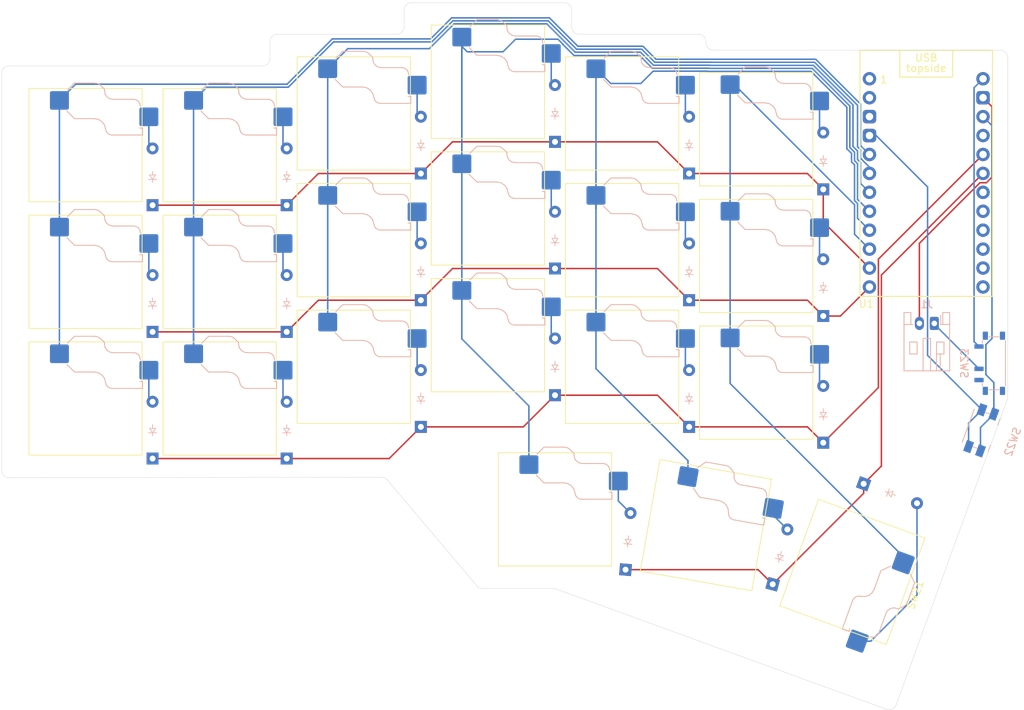
<source format=kicad_pcb>
(kicad_pcb (version 20241229) (generator "pcbnew") (generator_version "9.0")
  (layers (0 "F.Cu" signal) (2 "B.Cu" signal) (13 "F.Paste" user) (15 "B.Paste" user) (5 "F.SilkS" user "F.Silkscreen") (7 "B.SilkS" user "B.Silkscreen") (1 "F.Mask" user) (3 "B.Mask" user) (25 "Edge.Cuts" user))
  (net 0 "")
  (net 1 "Net-(D1-A)")
  (net 2 "Row 1")
  (net 3 "Net-(D2-A)")
  (net 4 "Net-(D3-A)")
  (net 5 "Net-(D4-A)")
  (net 6 "Net-(D5-A)")
  (net 7 "Net-(D6-A)")
  (net 8 "Column 6")
  (net 9 "Net-(D7-A)")
  (net 10 "Net-(D8-A)")
  (net 11 "Net-(D9-A)")
  (net 12 "Net-(D10-A)")
  (net 13 "Net-(D11-A)")
  (net 14 "Net-(D12-A)")
  (net 15 "Net-(D13-A)")
  (net 16 "Net-(D14-A)")
  (net 17 "Net-(D15-A)")
  (net 18 "Net-(D16-A)")
  (net 19 "Net-(D17-A)")
  (net 20 "Net-(D18-A)")
  (net 21 "Net-(D19-A)")
  (net 22 "Row 4")
  (net 23 "Net-(D20-A)")
  (net 24 "Net-(D21-A)")
  (net 25 "Column 1")
  (net 26 "Column 2")
  (net 27 "Column 3")
  (net 28 "Column 4")
  (net 29 "Column 5")
  (net 30 "Row 2")
  (net 31 "Row 3")
  (net 32 "Bat+")
  (net 33 "Net-(J1-Pin_1)")
  (net 41 "GND(Battery)")
  (net 43 "GND(Reset)")
  (net 46 "Reset")
  (footprint "ScottoKeebs_Hotswap:Hotswap_Choc_V1_1.00u" (layer "F.Cu") (at 67.5 95.625)
    (property "Reference" "SW8" (hide yes))
    (property "Value" "Keyswitch" (hide yes))
  )
  (footprint "MountingHole:MountingHole_2.2mm_M2" (layer "F.Cu") (at 96.75 123.25)
    (property "Reference" "REF**" (hide yes))
    (property "Value" "MountingHole_2.2mm_M2" (hide yes))
  )
  (footprint "ScottoKeebs_Hotswap:Hotswap_Choc_V1_1.00u" (layer "F.Cu") (at 85.5 91.375)
    (property "Reference" "SW9" (hide yes))
    (property "Value" "Keyswitch" (hide yes))
  )
  (footprint "MountingHole:MountingHole_2.2mm_M2" (layer "F.Cu") (at 153 108.375)
    (property "Reference" "REF**" (hide yes))
    (property "Value" "MountingHole_2.2mm_M2" (hide yes))
  )
  (footprint "MountingHole:MountingHole_2.2mm_M2" (layer "F.Cu") (at 156.2 150.5)
    (property "Reference" "REF**" (hide yes))
    (property "Value" "MountingHole_2.2mm_M2" (hide yes))
  )
  (footprint "ScottoKeebs_Hotswap:Hotswap_Choc_V1_1.50u" (layer "F.Cu") (at 152.4 135.9 -110)
    (property "Reference" "SW21")
    (property "Value" "Keyswitch")
  )
  (footprint "ScottoKeebs_Hotswap:Hotswap_Choc_V1_1.00u" (layer "F.Cu") (at 103.5 104.125)
    (property "Reference" "SW16" (hide yes))
    (property "Value" "Keyswitch" (hide yes))
  )
  (footprint "ScottoKeebs_Hotswap:Hotswap_Choc_V1_1.00u" (layer "F.Cu") (at 139.5 93.5)
    (property "Reference" "SW12" (hide yes))
    (property "Value" "Keyswitch" (hide yes))
  )
  (footprint "MountingHole:MountingHole_2.2mm_M2" (layer "F.Cu") (at 40.5 70.125)
    (property "Reference" "REF**" (hide yes))
    (property "Value" "MountingHole_2.2mm_M2" (hide yes))
  )
  (footprint "MountingHole:MountingHole_2.2mm_M2" (layer "F.Cu") (at 94.5 61.625)
    (property "Reference" "REF**" (hide yes))
    (property "Value" "MountingHole_2.2mm_M2" (hide yes))
  )
  (footprint "ScottoKeebs_Hotswap:Hotswap_Choc_V1_1.00u" (layer "F.Cu") (at 121.5 108.375)
    (property "Reference" "SW17" (hide yes))
    (property "Value" "Keyswitch" (hide yes))
  )
  (footprint "ScottoKeebs_Hotswap:Hotswap_Choc_V1_1.00u" (layer "F.Cu") (at 85.5 74.375)
    (property "Reference" "SW3" (hide yes))
    (property "Value" "Keyswitch" (hide yes))
  )
  (footprint "ScottoKeebs_Hotswap:Hotswap_Choc_V1_1.00u" (layer "F.Cu") (at 132.75 129.625 -10)
    (property "Reference" "SW20" (hide yes))
    (property "Value" "Keyswitch" (hide yes))
  )
  (footprint "ScottoKeebs_Hotswap:Hotswap_Choc_V1_1.00u" (layer "F.Cu") (at 67.5 78.625)
    (property "Reference" "SW2" (hide yes))
    (property "Value" "Keyswitch" (hide yes))
  )
  (footprint "ScottoKeebs_Hotswap:Hotswap_Choc_V1_1.00u" (layer "F.Cu") (at 85.5 108.375)
    (property "Reference" "SW15" (hide yes))
    (property "Value" "Keyswitch" (hide yes))
  )
  (footprint "supermini:SuperMini_nRF52840_H_USBup" (layer "F.Cu") (at 162.32 83.69)
    (property "Reference" "U1")
    (property "Value" "SuperMini nRF52840")
  )
  (footprint "ScottoKeebs_Hotswap:Hotswap_Choc_V1_1.00u" (layer "F.Cu") (at 139.5 110.5)
    (property "Reference" "SW18" (hide yes))
    (property "Value" "Keyswitch" (hide yes))
  )
  (footprint "ScottoKeebs_Hotswap:Hotswap_Choc_V1_1.00u" (layer "F.Cu") (at 112.5 127.5)
    (property "Reference" "SW19" (hide yes))
    (property "Value" "Keyswitch" (hide yes))
  )
  (footprint "ScottoKeebs_Hotswap:Hotswap_Choc_V1_1.00u" (layer "F.Cu") (at 49.5 78.625)
    (property "Reference" "SW1" (hide yes))
    (property "Value" "Keyswitch" (hide yes))
  )
  (footprint "ScottoKeebs_Hotswap:Hotswap_Choc_V1_1.00u" (layer "F.Cu") (at 49.5 112.625)
    (property "Reference" "SW13" (hide yes))
    (property "Value" "Keyswitch" (hide yes))
  )
  (footprint "ScottoKeebs_Hotswap:Hotswap_Choc_V1_1.00u" (layer "F.Cu") (at 103.5 87.125)
    (property "Reference" "SW10" (hide yes))
    (property "Value" "Keyswitch" (hide yes))
  )
  (footprint "ScottoKeebs_Hotswap:Hotswap_Choc_V1_1.00u" (layer "F.Cu") (at 121.5 91.375)
    (property "Reference" "SW11" (hide yes))
    (property "Value" "Keyswitch" (hide yes))
  )
  (footprint "ScottoKeebs_Hotswap:Hotswap_Choc_V1_1.00u" (layer "F.Cu") (at 103.5 70.125)
    (property "Reference" "SW4" (hide yes))
    (property "Value" "Keyswitch" (hide yes))
  )
  (footprint "ScottoKeebs_Hotswap:Hotswap_Choc_V1_1.00u" (layer "F.Cu") (at 67.5 112.625)
    (property "Reference" "SW14" (hide yes))
    (property "Value" "Keyswitch" (hide yes))
  )
  (footprint "ScottoKeebs_Hotswap:Hotswap_Choc_V1_1.00u" (layer "F.Cu") (at 121.5 74.375)
    (property "Reference" "SW5" (hide yes))
    (property "Value" "Keyswitch" (hide yes))
  )
  (footprint "ScottoKeebs_Hotswap:Hotswap_Choc_V1_1.00u" (layer "F.Cu") (at 49.5 95.625)
    (property "Reference" "SW7" (hide yes))
    (property "Value" "Keyswitch" (hide yes))
  )
  (footprint "MountingHole:MountingHole_2.2mm_M2" (layer "F.Cu") (at 150.75 68)
    (property "Reference" "REF**" (hide yes))
    (property "Value" "MountingHole_2.2mm_M2" (hide yes))
  )
  (footprint "ScottoKeebs_Hotswap:Hotswap_Choc_V1_1.00u" (layer "F.Cu") (at 139.5 76.5)
    (property "Reference" "SW6" (hide yes))
    (property "Value" "Keyswitch" (hide yes))
  )
  (footprint "MountingHole:MountingHole_2.2mm_M2" (layer "F.Cu") (at 40.5 121.125)
    (property "Reference" "REF**" (hide yes))
    (property "Value" "MountingHole_2.2mm_M2" (hide yes))
  )
  (footprint "ScottoKeebs_Components:Diode_DO-35" (layer "B.Cu") (at 76.5 86.685 90)
    (property "Reference" "D2" (hide yes))
    (property "Value" "1N4148" (hide yes))
  )
  (footprint "ScottoKeebs_Components:Diode_DO-35" (layer "B.Cu") (at 94.5 99.435 90)
    (property "Reference" "D9" (hide yes))
    (property "Value" "1N4148" (hide yes))
  )
  (footprint "ScottoKeebs_Components:Diode_DO-35" (layer "B.Cu") (at 94.5 82.435 90)
    (property "Reference" "D3" (hide yes))
    (property "Value" "1N4148" (hide yes))
  )
  (footprint "ScottoKeebs_Components:Diode_DO-35" (layer "B.Cu") (at 112.5 112.185 90)
    (property "Reference" "D16" (hide yes))
    (property "Value" "1N4148" (hide yes))
  )
  (footprint "ScottoKeebs_Components:Diode_DO-35" (layer "B.Cu") (at 112.5 78.185 90)
    (property "Reference" "D4" (hide yes))
    (property "Value" "1N4148" (hide yes))
  )
  (footprint "Button_Switch_SMD:Panasonic_EVQPUJ_EVQPUA" (layer "B.Cu") (at 169.7 116.9 70)
    (property "Reference" "SW22")
    (property "Value" "SW_Push")
  )
  (footprint "ScottoKeebs_Components:Diode_DO-35" (layer "B.Cu") (at 148.5 101.56 90)
    (property "Reference" "D12" (hide yes))
    (property "Value" "1N4148" (hide yes))
  )
  (footprint "ScottoKeebs_Components:Diode_DO-35" (layer "B.Cu") (at 76.5 120.685 90)
    (property "Reference" "D14" (hide yes))
    (property "Value" "1N4148" (hide yes))
  )
  (footprint "ScottoKeebs_Components:Diode_DO-35" (layer "B.Cu") (at 141.713901 137.555177 75)
    (property "Reference" "D20" (hide yes))
    (property "Value" "1N4148" (hide yes))
  )
  (footprint "ScottoKeebs_Components:Diode_DO-35" (layer "B.Cu") (at 130.5 99.435 90)
    (property "Reference" "D11" (hide yes))
    (property "Value" "1N4148" (hide yes))
  )
  (footprint "ScottoKeebs_Components:Diode_DO-35" (layer "B.Cu") (at 153.91977 124.071904 -20)
    (property "Reference" "D21" (hide yes))
    (property "Value" "1N4148" (hide yes))
  )
  (footprint "Connector_JST:JST_PH_S2B-PH-K_1x02_P2.00mm_Horizontal" (layer "B.Cu") (at 163.4 102.55 180)
    (property "Reference" "J1")
    (property "Value" "Conn_01x02")
  )
  (footprint "ScottoKeebs_Components:Diode_DO-35" (layer "B.Cu") (at 130.5 116.435 90)
    (property "Reference" "D17" (hide yes))
    (property "Value" "1N4148" (hide yes))
  )
  (footprint "ScottoKeebs_Components:Diode_DO-35" (layer "B.Cu") (at 121.967937 135.595502 85)
    (property "Reference" "D19" (hide yes))
    (property "Value" "1N4148" (hide yes))
  )
  (footprint "ScottoKeebs_Components:Diode_DO-35" (layer "B.Cu") (at 58.5 120.685 90)
    (property "Reference" "D13" (hide yes))
    (property "Value" "1N4148" (hide yes))
  )
  (footprint "ScottoKeebs_Components:Switch_MSK12C02" (layer "B.Cu") (at 171.4 107.9 90)
    (property "Reference" "SW23")
    (property "Value" "SW_SPST")
  )
  (footprint "ScottoKeebs_Components:Diode_DO-35" (layer "B.Cu") (at 76.5 103.685 90)
    (property "Reference" "D8" (hide yes))
    (property "Value" "1N4148" (hide yes))
  )
  (footprint "ScottoKeebs_Components:Diode_DO-35" (layer "B.Cu") (at 58.5 103.685 90)
    (property "Reference" "D7" (hide yes))
    (property "Value" "1N4148" (hide yes))
  )
  (footprint "ScottoKeebs_Components:Diode_DO-35" (layer "B.Cu") (at 94.5 116.435 90)
    (property "Reference" "D15" (hide yes))
    (property "Value" "1N4148" (hide yes))
  )
  (footprint "ScottoKeebs_Components:Diode_DO-35" (layer "B.Cu") (at 130.5 82.435 90)
    (property "Reference" "D5" (hide yes))
    (property "Value" "1N4148" (hide yes))
  )
  (footprint "ScottoKeebs_Components:Diode_DO-35" (layer "B.Cu") (at 148.5 84.56 90)
    (property "Reference" "D6" (hide yes))
    (property "Value" "1N4148" (hide yes))
  )
  (footprint "ScottoKeebs_Components:Diode_DO-35" (layer "B.Cu") (at 58.5 86.685 90)
    (property "Reference" "D1" (hide yes))
    (property "Value" "1N4148" (hide yes))
  )
  (footprint "ScottoKeebs_Components:Diode_DO-35" (layer "B.Cu") (at 148.5 118.56 90)
    (property "Reference" "D18" (hide yes))
    (property "Value" "1N4148" (hide yes))
  )
  (footprint "ScottoKeebs_Components:Diode_DO-35" (layer "B.Cu") (at 112.5 95.185 90)
    (property "Reference" "D10" (hide yes))
    (property "Value" "1N4148" (hide yes))
  )
  (gr_arc (start 74.25 67) (mid 73.957107 67.707107) (end 73.25 68) (stroke (width 0.05)) (layer "Edge.Cuts"))
  (gr_line (start 92.25 62.75) (end 92.25 60.5) (stroke (width 0.05)) (layer "Edge.Cuts"))
  (gr_line (start 147.330455 150.814308) (end 157.004625 154.335906) (stroke (width 0.05)) (layer "Edge.Cuts"))
  (gr_line (start 39.25 68) (end 73.25 68) (stroke (width 0.05)) (layer "Edge.Cuts"))
  (gr_line (start 75.25 63.75) (end 91.25 63.75) (stroke (width 0.05)) (layer "Edge.Cuts"))
  (gr_arc (start 89.235453 123.20046) (mid 89.656852 123.293124) (end 89.999986 123.554701) (stroke (width 0.05)) (layer "Edge.Cuts"))
  (gr_line (start 102.786631 138.125) (end 112.289938 138.125) (stroke (width 0.05)) (layer "Edge.Cuts"))
  (gr_line (start 39.25 123.25) (end 89.235453 123.20046) (stroke (width 0.05)) (layer "Edge.Cuts"))
  (gr_line (start 133.75 65.875) (end 172.23 65.875) (stroke (width 0.05)) (layer "Edge.Cuts"))
  (gr_line (start 93.25 59.5) (end 113.75 59.5) (stroke (width 0.05)) (layer "Edge.Cuts"))
  (gr_arc (start 133.75 65.875) (mid 133.042893 65.582107) (end 132.75 64.875) (stroke (width 0.05)) (layer "Edge.Cuts"))
  (gr_line (start 74.25 67) (end 74.25 64.75) (stroke (width 0.05)) (layer "Edge.Cuts"))
  (gr_arc (start 158.286389 153.738223) (mid 157.769294 154.302516) (end 157.004625 154.335906) (stroke (width 0.05)) (layer "Edge.Cuts"))
  (gr_line (start 173.25 66.875) (end 173.25 112.446207) (stroke (width 0.05)) (layer "Edge.Cuts"))
  (gr_line (start 89.999986 123.554701) (end 102.023089 137.770758) (stroke (width 0.05)) (layer "Edge.Cuts"))
  (gr_arc (start 39.25 123.25) (mid 38.542893 122.957107) (end 38.25 122.25) (stroke (width 0.05)) (layer "Edge.Cuts"))
  (gr_arc (start 113.75 59.5) (mid 114.457107 59.792893) (end 114.75 60.5) (stroke (width 0.05)) (layer "Edge.Cuts"))
  (gr_arc (start 74.25 64.75) (mid 74.542893 64.042893) (end 75.25 63.75) (stroke (width 0.05)) (layer "Edge.Cuts"))
  (gr_arc (start 172.23 65.875) (mid 172.950141 66.160716) (end 173.2502 66.875) (stroke (width 0.05)) (layer "Edge.Cuts"))
  (gr_arc (start 115.75 63.75) (mid 115.042893 63.457107) (end 114.75 62.75) (stroke (width 0.05)) (layer "Edge.Cuts"))
  (gr_arc (start 131.75 63.75) (mid 132.457107 64.042893) (end 132.75 64.75) (stroke (width 0.05)) (layer "Edge.Cuts"))
  (gr_line (start 147.330455 150.814308) (end 112.631953 138.185306) (stroke (width 0.05)) (layer "Edge.Cuts"))
  (gr_line (start 115.75 63.75) (end 131.75 63.75) (stroke (width 0.05)) (layer "Edge.Cuts"))
  (gr_arc (start 38.25 69) (mid 38.542893 68.292893) (end 39.25 68) (stroke (width 0.05)) (layer "Edge.Cuts"))
  (gr_line (start 132.75 64.75) (end 132.75 64.875) (stroke (width 0.05)) (layer "Edge.Cuts"))
  (gr_arc (start 112.289938 138.125) (mid 112.463582 138.140198) (end 112.631953 138.185306) (stroke (width 0.05)) (layer "Edge.Cuts"))
  (gr_arc (start 102.786631 138.125) (mid 102.365766 138.032138) (end 102.023089 137.770758) (stroke (width 0.05)) (layer "Edge.Cuts"))
  (gr_arc (start 92.25 62.75) (mid 91.957107 63.457107) (end 91.25 63.75) (stroke (width 0.05)) (layer "Edge.Cuts"))
  (gr_arc (start 92.25 60.5) (mid 92.542893 59.792893) (end 93.25 59.5) (stroke (width 0.05)) (layer "Edge.Cuts"))
  (gr_arc (start 173.25 112.446207) (mid 173.234808 112.619845) (end 173.189699 112.788209) (stroke (width 0.05)) (layer "Edge.Cuts"))
  (gr_line (start 173.189699 112.788209) (end 158.286389 153.738223) (stroke (width 0.05)) (layer "Edge.Cuts"))
  (gr_line (start 38.25 122.25) (end 38.25 69) (stroke (width 0.05)) (layer "Edge.Cuts"))
  (gr_line (start 114.75 60.5) (end 114.75 62.75) (stroke (width 0.05)) (layer "Edge.Cuts"))
  (segment (start 58 78.565) (end 58.5 79.065) (width 0.2) (layer "B.Cu") (net 1))
  (segment (start 58 74.825) (end 58 78.565) (width 0.2) (layer "B.Cu") (net 1))
  (segment (start 148.5 88.92) (end 148.5 84.56) (width 0.2) (layer "F.Cu") (net 2))
  (segment (start 94.5 82.435) (end 98.75 78.185) (width 0.2) (layer "F.Cu") (net 2))
  (segment (start 154.7 95.12) (end 148.5 88.92) (width 0.2) (layer "F.Cu") (net 2))
  (segment (start 98.75 78.185) (end 112.5 78.185) (width 0.2) (layer "F.Cu") (net 2))
  (segment (start 76.5 86.685) (end 80.75 82.435) (width 0.2) (layer "F.Cu") (net 2))
  (segment (start 126.25 78.185) (end 130.5 82.435) (width 0.2) (layer "F.Cu") (net 2))
  (segment (start 130.5 82.435) (end 146.375 82.435) (width 0.2) (layer "F.Cu") (net 2))
  (segment (start 112.5 78.185) (end 126.25 78.185) (width 0.2) (layer "F.Cu") (net 2))
  (segment (start 58.5 86.685) (end 76.5 86.685) (width 0.2) (layer "F.Cu") (net 2))
  (segment (start 146.375 82.435) (end 148.5 84.56) (width 0.2) (layer "F.Cu") (net 2))
  (segment (start 80.75 82.435) (end 94.5 82.435) (width 0.2) (layer "F.Cu") (net 2))
  (segment (start 76 78.565) (end 76.5 79.065) (width 0.2) (layer "B.Cu") (net 3))
  (segment (start 76 74.825) (end 76 78.565) (width 0.2) (layer "B.Cu") (net 3))
  (segment (start 94 74.315) (end 94.5 74.815) (width 0.2) (layer "B.Cu") (net 4))
  (segment (start 94 70.575) (end 94 74.315) (width 0.2) (layer "B.Cu") (net 4))
  (segment (start 112 66.325) (end 112 70.065) (width 0.2) (layer "B.Cu") (net 5))
  (segment (start 112 70.065) (end 112.5 70.565) (width 0.2) (layer "B.Cu") (net 5))
  (segment (start 130 74.315) (end 130.5 74.815) (width 0.2) (layer "B.Cu") (net 6))
  (segment (start 130 70.575) (end 130 74.315) (width 0.2) (layer "B.Cu") (net 6))
  (segment (start 148 76.44) (end 148.5 76.94) (width 0.2) (layer "B.Cu") (net 7))
  (segment (start 148 72.7) (end 148 76.44) (width 0.2) (layer "B.Cu") (net 7))
  (segment (start 159.235226 133.845915) (end 159.235226 134.663197) (width 0.2) (layer "B.Cu") (net 8))
  (segment (start 136 110.610689) (end 159.235226 133.845915) (width 0.2) (layer "B.Cu") (net 8))
  (segment (start 136 104.5) (end 136 110.610689) (width 0.2) (layer "B.Cu") (net 8))
  (segment (start 152.699 86.631785) (end 152.699 90.579) (width 0.2) (layer "B.Cu") (net 8))
  (segment (start 152.699 90.579) (end 154.7 92.58) (width 0.2) (layer "B.Cu") (net 8))
  (segment (start 136 70.5) (end 136.567215 70.5) (width 0.2) (layer "B.Cu") (net 8))
  (segment (start 136 87.5) (end 136 104.5) (width 0.2) (layer "B.Cu") (net 8))
  (segment (start 136 70.5) (end 136 87.5) (width 0.2) (layer "B.Cu") (net 8))
  (segment (start 136.567215 70.5) (end 152.699 86.631785) (width 0.2) (layer "B.Cu") (net 8))
  (segment (start 58 91.825) (end 58 95.565) (width 0.2) (layer "B.Cu") (net 9))
  (segment (start 58 95.565) (end 58.5 96.065) (width 0.2) (layer "B.Cu") (net 9))
  (segment (start 76 91.825) (end 76 95.565) (width 0.2) (layer "B.Cu") (net 10))
  (segment (start 76 95.565) (end 76.5 96.065) (width 0.2) (layer "B.Cu") (net 10))
  (segment (start 94 91.315) (end 94.5 91.815) (width 0.2) (layer "B.Cu") (net 11))
  (segment (start 94 87.575) (end 94 91.315) (width 0.2) (layer "B.Cu") (net 11))
  (segment (start 112 83.325) (end 112 87.065) (width 0.2) (layer "B.Cu") (net 12))
  (segment (start 112 87.065) (end 112.5 87.565) (width 0.2) (layer "B.Cu") (net 12))
  (segment (start 130 91.315) (end 130.5 91.815) (width 0.2) (layer "B.Cu") (net 13))
  (segment (start 130 87.575) (end 130 91.315) (width 0.2) (layer "B.Cu") (net 13))
  (segment (start 148 89.7) (end 148 93.44) (width 0.2) (layer "B.Cu") (net 14))
  (segment (start 148 93.44) (end 148.5 93.94) (width 0.2) (layer "B.Cu") (net 14))
  (segment (start 58 112.565) (end 58.5 113.065) (width 0.2) (layer "B.Cu") (net 15))
  (segment (start 58 108.825) (end 58 112.565) (width 0.2) (layer "B.Cu") (net 15))
  (segment (start 76 112.565) (end 76.5 113.065) (width 0.2) (layer "B.Cu") (net 16))
  (segment (start 76 108.825) (end 76 112.565) (width 0.2) (layer "B.Cu") (net 16))
  (segment (start 94 104.575) (end 94 108.315) (width 0.2) (layer "B.Cu") (net 17))
  (segment (start 94 108.315) (end 94.5 108.815) (width 0.2) (layer "B.Cu") (net 17))
  (segment (start 112 104.065) (end 112.5 104.565) (width 0.2) (layer "B.Cu") (net 18))
  (segment (start 112 100.325) (end 112 104.065) (width 0.2) (layer "B.Cu") (net 18))
  (segment (start 130 108.315) (end 130.5 108.815) (width 0.2) (layer "B.Cu") (net 19))
  (segment (start 130 104.575) (end 130 108.315) (width 0.2) (layer "B.Cu") (net 19))
  (segment (start 148 106.7) (end 148 110.44) (width 0.2) (layer "B.Cu") (net 20))
  (segment (start 148 110.44) (end 148.5 110.94) (width 0.2) (layer "B.Cu") (net 20))
  (segment (start 121 123.7) (end 121 126.372434) (width 0.2) (layer "B.Cu") (net 21))
  (segment (start 121 126.372434) (end 122.632064 128.004498) (width 0.2) (layer "B.Cu") (net 21))
  (segment (start 156.302 121.689674) (end 153.91977 124.071904) (width 0.2) (layer "F.Cu") (net 22))
  (segment (start 121.967937 135.595502) (end 139.754226 135.595502) (width 0.2) (layer "F.Cu") (net 22))
  (segment (start 156.302 96.058) (end 156.302 121.689674) (width 0.2) (layer "F.Cu") (net 22))
  (segment (start 139.754226 135.595502) (end 141.713901 137.555177) (width 0.2) (layer "F.Cu") (net 22))
  (segment (start 153.91977 125.349308) (end 153.91977 124.071904) (width 0.2) (layer "F.Cu") (net 22))
  (segment (start 169.94 82.42) (end 156.302 96.058) (width 0.2) (layer "F.Cu") (net 22))
  (segment (start 141.713901 137.555177) (end 153.91977 125.349308) (width 0.2) (layer "F.Cu") (net 22))
  (segment (start 141.780729 127.35874) (end 141.780729 128.289449) (width 0.2) (layer "B.Cu") (net 23))
  (segment (start 141.780729 128.289449) (end 143.686102 130.194822) (width 0.2) (layer "B.Cu") (net 23))
  (segment (start 154.88496 145.187064) (end 161.080228 138.991796) (width 0.2) (layer "B.Cu") (net 24))
  (segment (start 153.06366 145.187064) (end 154.88496 145.187064) (width 0.2) (layer "B.Cu") (net 24))
  (segment (start 161.080228 138.991796) (end 161.080228 126.678097) (width 0.2) (layer "B.Cu") (net 24))
  (segment (start 111.759 61.549) (end 115.56 65.35) (width 0.2) (layer "B.Cu") (net 25))
  (segment (start 76.547326 70.448) (end 82.624224 64.371102) (width 0.2) (layer "B.Cu") (net 25))
  (segment (start 126.048999 67.098999) (end 147.488999 67.098999) (width 0.2) (layer "B.Cu") (net 25))
  (segment (start 124.3 65.35) (end 126.048999 67.098999) (width 0.2) (layer "B.Cu") (net 25))
  (segment (start 46 89.625) (end 46 106.625) (width 0.2) (layer "B.Cu") (net 25))
  (segment (start 48.177 70.448) (end 76.547326 70.448) (width 0.2) (layer "B.Cu") (net 25))
  (segment (start 95.80571 64.371102) (end 98.627812 61.549) (width 0.2) (layer "B.Cu") (net 25))
  (segment (start 46 72.625) (end 48.177 70.448) (width 0.2) (layer "B.Cu") (net 25))
  (segment (start 153.499 73.109) (end 153.499 78.679) (width 0.2) (layer "B.Cu") (net 25))
  (segment (start 98.627812 61.549) (end 111.759 61.549) (width 0.2) (layer "B.Cu") (net 25))
  (segment (start 153.499 78.679) (end 154.7 79.88) (width 0.2) (layer "B.Cu") (net 25))
  (segment (start 115.56 65.35) (end 124.3 65.35) (width 0.2) (layer "B.Cu") (net 25))
  (segment (start 82.624224 64.371102) (end 95.80571 64.371102) (width 0.2) (layer "B.Cu") (net 25))
  (segment (start 46 72.625) (end 46 89.625) (width 0.2) (layer "B.Cu") (net 25))
  (segment (start 147.488999 67.098999) (end 153.499 73.109) (width 0.2) (layer "B.Cu") (net 25))
  (segment (start 153.499 79.244686) (end 153.499 80.377471) (width 0.2) (layer "B.Cu") (net 26))
  (segment (start 154.7 81.578471) (end 154.7 82.42) (width 0.2) (layer "B.Cu") (net 26))
  (segment (start 111.594314 61.95) (end 115.394315 65.75) (width 0.2) (layer "B.Cu") (net 26))
  (segment (start 95.97081 64.773102) (end 96.392912 64.351) (width 0.2) (layer "B.Cu") (net 26))
  (segment (start 96.392912 64.351) (end 96.394326 64.351) (width 0.2) (layer "B.Cu") (net 26))
  (segment (start 153.099 78.844686) (end 153.499 79.244686) (width 0.2) (layer "B.Cu") (net 26))
  (segment (start 147.334314 67.51) (end 153.099 73.274686) (width 0.2) (layer "B.Cu") (net 26))
  (segment (start 153.499 80.377471) (end 154.7 81.578471) (width 0.2) (layer "B.Cu") (net 26))
  (segment (start 133.5 67.51) (end 147.334314 67.51) (width 0.2) (layer "B.Cu") (net 26))
  (segment (start 82.790738 64.773102) (end 95.97081 64.773102) (width 0.2) (layer "B.Cu") (net 26))
  (segment (start 64 106.625) (end 64 72.625) (width 0.2) (layer "B.Cu") (net 26))
  (segment (start 64 72.625) (end 65.776 70.849) (width 0.2) (layer "B.Cu") (net 26))
  (segment (start 133.488999 67.498999) (end 133.5 67.51) (width 0.2) (layer "B.Cu") (net 26))
  (segment (start 76.71484 70.849) (end 82.790738 64.773102) (width 0.2) (layer "B.Cu") (net 26))
  (segment (start 96.394326 64.351) (end 98.795326 61.95) (width 0.2) (layer "B.Cu") (net 26))
  (segment (start 115.394315 65.75) (end 124.134314 65.75) (width 0.2) (layer "B.Cu") (net 26))
  (segment (start 153.099 73.274686) (end 153.099 78.844686) (width 0.2) (layer "B.Cu") (net 26))
  (segment (start 98.795326 61.95) (end 111.594314 61.95) (width 0.2) (layer "B.Cu") (net 26))
  (segment (start 65.776 70.849) (end 76.71484 70.849) (width 0.2) (layer "B.Cu") (net 26))
  (segment (start 125.883314 67.498999) (end 133.488999 67.498999) (width 0.2) (layer "B.Cu") (net 26))
  (segment (start 124.134314 65.75) (end 125.883314 67.498999) (width 0.2) (layer "B.Cu") (net 26))
  (segment (start 64 106.625) (end 64 89.625) (width 0.2) (layer "B.Cu") (net 26))
  (segment (start 133.323313 67.898999) (end 133.348315 67.924001) (width 0.2) (layer "B.Cu") (net 27))
  (segment (start 98.96384 62.35) (end 111.400429 62.35) (width 0.2) (layer "B.Cu") (net 27))
  (segment (start 153.099 80.543157) (end 153.499 80.943157) (width 0.2) (layer "B.Cu") (net 27))
  (segment (start 115.200429 66.15) (end 123.968628 66.15) (width 0.2) (layer "B.Cu") (net 27))
  (segment (start 123.968628 66.15) (end 125.717629 67.898999) (width 0.2) (layer "B.Cu") (net 27))
  (segment (start 95.63784 65.676) (end 98.96384 62.35) (width 0.2) (layer "B.Cu") (net 27))
  (segment (start 125.717629 67.898999) (end 133.323313 67.898999) (width 0.2) (layer "B.Cu") (net 27))
  (segment (start 82 102.375) (end 82 85.375) (width 0.2) (layer "B.Cu") (net 27))
  (segment (start 147.182629 67.924001) (end 152.49 73.231372) (width 0.2) (layer "B.Cu") (net 27))
  (segment (start 153.499 80.943157) (end 153.499 83.759) (width 0.2) (layer "B.Cu") (net 27))
  (segment (start 82 68.375) (end 84.699 65.676) (width 0.2) (layer "B.Cu") (net 27))
  (segment (start 82 102.375) (end 82 68.375) (width 0.2) (layer "B.Cu") (net 27))
  (segment (start 153.099 79.410372) (end 153.099 80.543157) (width 0.2) (layer "B.Cu") (net 27))
  (segment (start 152.49 78.801372) (end 153.099 79.410372) (width 0.2) (layer "B.Cu") (net 27))
  (segment (start 152.49 73.231372) (end 152.49 78.801372) (width 0.2) (layer "B.Cu") (net 27))
  (segment (start 133.348315 67.924001) (end 147.182629 67.924001) (width 0.2) (layer "B.Cu") (net 27))
  (segment (start 84.699 65.676) (end 95.63784 65.676) (width 0.2) (layer "B.Cu") (net 27))
  (segment (start 111.400429 62.35) (end 115.200429 66.15) (width 0.2) (layer "B.Cu") (net 27))
  (segment (start 153.499 83.759) (end 154.7 84.96) (width 0.2) (layer "B.Cu") (net 27))
  (segment (start 152.07 78.947058) (end 152.698 79.575058) (width 0.2) (layer "B.Cu") (net 28))
  (segment (start 100 64.125) (end 100 65.375) (width 0.2) (layer "B.Cu") (net 28))
  (segment (start 100 98.125) (end 100 104.625) (width 0.2) (layer "B.Cu") (net 28))
  (segment (start 113.576 65.12447) (end 115.05053 66.599) (width 0.2) (layer "B.Cu") (net 28))
  (segment (start 105.524685 66.101) (end 107.215685 64.41) (width 0.2) (layer "B.Cu") (net 28))
  (segment (start 100 65.375) (end 100.726 66.101) (width 0.2) (layer "B.Cu") (net 28))
  (segment (start 153.098 81.109257) (end 153.098 85.898) (width 0.2) (layer "B.Cu") (net 28))
  (segment (start 107.215685 64.41) (end 112.894743 64.41) (width 0.2) (layer "B.Cu") (net 28))
  (segment (start 152.698 79.575058) (end 152.698 80.709257) (width 0.2) (layer "B.Cu") (net 28))
  (segment (start 152.07 73.377058) (end 152.07 78.947058) (width 0.2) (layer "B.Cu") (net 28))
  (segment (start 147.017943 68.325001) (end 152.07 73.377058) (width 0.2) (layer "B.Cu") (net 28))
  (segment (start 100.726 66.101) (end 105.524685 66.101) (width 0.2) (layer "B.Cu") (net 28))
  (segment (start 153.098 85.898) (end 154.7 87.5) (width 0.2) (layer "B.Cu") (net 28))
  (segment (start 125.551944 68.298999) (end 133.156213 68.298999) (width 0.2) (layer "B.Cu") (net 28))
  (segment (start 133.182215 68.325001) (end 147.017943 68.325001) (width 0.2) (layer "B.Cu") (net 28))
  (segment (start 123.851943 66.599) (end 125.551944 68.298999) (width 0.2) (layer "B.Cu") (net 28))
  (segment (start 152.698 80.709257) (end 153.098 81.109257) (width 0.2) (layer "B.Cu") (net 28))
  (segment (start 109 113.625) (end 109 121.5) (width 0.2) (layer "B.Cu") (net 28))
  (segment (start 100 64.125) (end 100 98.125) (width 0.2) (layer "B.Cu") (net 28))
  (segment (start 113.576 65.091257) (end 113.576 65.12447) (width 0.2) (layer "B.Cu") (net 28))
  (segment (start 100 64.125) (end 100 81.125) (width 0.2) (layer "B.Cu") (net 28))
  (segment (start 112.894743 64.41) (end 113.576 65.091257) (width 0.2) (layer "B.Cu") (net 28))
  (segment (start 100 104.625) (end 109 113.625) (width 0.2) (layer "B.Cu") (net 28))
  (segment (start 115.05053 66.599) (end 123.851943 66.599) (width 0.2) (layer "B.Cu") (net 28))
  (segment (start 133.156213 68.298999) (end 133.182215 68.325001) (width 0.2) (layer "B.Cu") (net 28))
  (segment (start 153.099 88.439) (end 154.7 90.04) (width 0.2) (layer "B.Cu") (net 29))
  (segment (start 151.67 73.542744) (end 151.67 79.112744) (width 0.2) (layer "B.Cu") (net 29))
  (segment (start 124.024685 70.351) (end 125.676686 68.698999) (width 0.2) (layer "B.Cu") (net 29))
  (segment (start 118 68.375) (end 118 87.125) (width 0.2) (layer "B.Cu") (net 29))
  (segment (start 118 102.375) (end 118 108.625) (width 0.2) (layer "B.Cu") (net 29))
  (segment (start 132.990528 68.698999) (end 133.01653 68.725001) (width 0.2) (layer "B.Cu") (net 29))
  (segment (start 118 68.375) (end 119.976 70.351) (width 0.2) (layer "B.Cu") (net 29))
  (segment (start 133.01653 68.725001) (end 146.852257 68.725001) (width 0.2) (layer "B.Cu") (net 29))
  (segment (start 125.676686 68.698999) (end 132.990528 68.698999) (width 0.2) (layer "B.Cu") (net 29))
  (segment (start 146.852257 68.725001) (end 151.67 73.542744) (width 0.2) (layer "B.Cu") (net 29))
  (segment (start 118 102.375) (end 118 87.125) (width 0.2) (layer "B.Cu") (net 29))
  (segment (start 152.298 80.874943) (end 152.698 81.274943) (width 0.2) (layer "B.Cu") (net 29))
  (segment (start 118 108.625) (end 130.345062 120.970062) (width 0.2) (layer "B.Cu") (net 29))
  (segment (start 152.698 86.0651) (end 153.099 86.4661) (width 0.2) (layer "B.Cu") (net 29))
  (segment (start 130.345062 120.970062) (end 130.345062 123.108385) (width 0.2) (layer "B.Cu") (net 29))
  (segment (start 151.67 79.112744) (end 152.298 79.740744) (width 0.2) (layer "B.Cu") (net 29))
  (segment (start 153.099 86.4661) (end 153.099 88.439) (width 0.2) (layer "B.Cu") (net 29))
  (segment (start 152.298 79.740744) (end 152.298 80.874943) (width 0.2) (layer "B.Cu") (net 29))
  (segment (start 118 87.125) (end 118 85.375) (width 0.2) (layer "B.Cu") (net 29))
  (segment (start 119.976 70.351) (end 124.024685 70.351) (width 0.2) (layer "B.Cu") (net 29))
  (segment (start 152.698 81.274943) (end 152.698 86.0651) (width 0.2) (layer "B.Cu") (net 29))
  (segment (start 98.75 95.185) (end 112.5 95.185) (width 0.2) (layer "F.Cu") (net 30))
  (segment (start 146.375 99.435) (end 148.5 101.56) (width 0.2) (layer "F.Cu") (net 30))
  (segment (start 150.8 101.56) (end 148.5 101.56) (width 0.2) (layer "F.Cu") (net 30))
  (segment (start 76.5 103.685) (end 80.75 99.435) (width 0.2) (layer "F.Cu") (net 30))
  (segment (start 126.25 95.185) (end 130.5 99.435) (width 0.2) (layer "F.Cu") (net 30))
  (segment (start 154.7 97.66) (end 150.8 101.56) (width 0.2) (layer "F.Cu") (net 30))
  (segment (start 80.75 99.435) (end 94.5 99.435) (width 0.2) (layer "F.Cu") (net 30))
  (segment (start 130.5 99.435) (end 146.375 99.435) (width 0.2) (layer "F.Cu") (net 30))
  (segment (start 94.5 99.435) (end 98.75 95.185) (width 0.2) (layer "F.Cu") (net 30))
  (segment (start 112.5 95.185) (end 126.25 95.185) (width 0.2) (layer "F.Cu") (net 30))
  (segment (start 58.5 103.685) (end 76.5 103.685) (width 0.2) (layer "F.Cu") (net 30))
  (segment (start 108.25 116.435) (end 112.5 112.185) (width 0.2) (layer "F.Cu") (net 31))
  (segment (start 126.25 112.185) (end 130.5 116.435) (width 0.2) (layer "F.Cu") (net 31))
  (segment (start 155.901 111.159) (end 148.5 118.56) (width 0.2) (layer "F.Cu") (net 31))
  (segment (start 90.25 120.685) (end 94.5 116.435) (width 0.2) (layer "F.Cu") (net 31))
  (segment (start 94.5 116.435) (end 108.25 116.435) (width 0.2) (layer "F.Cu") (net 31))
  (segment (start 58.5 120.685) (end 76.5 120.685) (width 0.2) (layer "F.Cu") (net 31))
  (segment (start 76.5 120.685) (end 90.25 120.685) (width 0.2) (layer "F.Cu") (net 31))
  (segment (start 169.94 79.88) (end 155.901 93.919) (width 0.2) (layer "F.Cu") (net 31))
  (segment (start 146.375 116.435) (end 148.5 118.56) (width 0.2) (layer "F.Cu") (net 31))
  (segment (start 112.5 112.185) (end 126.25 112.185) (width 0.2) (layer "F.Cu") (net 31))
  (segment (start 155.901 93.919) (end 155.901 111.159) (width 0.2) (layer "F.Cu") (net 31))
  (segment (start 130.5 116.435) (end 146.375 116.435) (width 0.2) (layer "F.Cu") (net 31))
  (segment (start 168.739 104.989) (end 168.739 70.921) (width 0.2) (layer "B.Cu") (net 32))
  (segment (start 168.739 70.921) (end 169.94 69.72) (width 0.2) (layer "B.Cu") (net 32))
  (segment (start 169.4 105.65) (end 168.739 104.989) (width 0.2) (layer "B.Cu") (net 32))
  (segment (start 169.4 108.65) (end 163.4 102.65) (width 0.2) (layer "B.Cu") (net 33))
  (segment (start 163.4 102.65) (end 163.4 102.55) (width 0.2) (layer "B.Cu") (net 33))
  (segment (start 170.388471 83.67) (end 171.141 82.917471) (width 0.2) (layer "F.Cu") (net 41))
  (segment (start 161.4 102.55) (end 161.4 91.801529) (width 0.2) (layer "F.Cu") (net 41))
  (segment (start 171.141 73.461) (end 169.94 72.26) (width 0.2) (layer "F.Cu") (net 41))
  (segment (start 169.531529 83.67) (end 170.388471 83.67) (width 0.2) (layer "F.Cu") (net 41))
  (segment (start 171.141 82.917471) (end 171.141 73.461) (width 0.2) (layer "F.Cu") (net 41))
  (segment (start 161.4 91.801529) (end 169.531529 83.67) (width 0.2) (layer "F.Cu") (net 41))
  (segment (start 162.499 106.842525) (end 162.499 84.239001) (width 0.2) (layer "B.Cu") (net 43))
  (segment (start 168.003458 119.075976) (end 168.003458 115.938195) (width 0.2) (layer "B.Cu") (net 43))
  (segment (start 155.599999 77.34) (end 154.7 77.34) (width 0.2) (layer "B.Cu") (net 43))
  (segment (start 169.799064 114.142589) (end 162.499 106.842525) (width 0.2) (layer "B.Cu") (net 43))
  (segment (start 162.499 84.239001) (end 155.599999 77.34) (width 0.2) (layer "B.Cu") (net 43))
  (segment (start 168.003458 115.938195) (end 169.799064 114.142589) (width 0.2) (layer "B.Cu") (net 43))
  (segment (start 171.141 76.001) (end 169.94 74.8) (width 0.2) (layer "B.Cu") (net 46))
  (segment (start 171.396542 114.724024) (end 171.396542 110.493972) (width 0.2) (layer "B.Cu") (net 46))
  (segment (start 169.600936 119.657411) (end 169.600936 116.51963) (width 0.2) (layer "B.Cu") (net 46))
  (segment (start 169.600936 116.51963) (end 171.396542 114.724024) (width 0.2) (layer "B.Cu") (net 46))
  (segment (start 170.326 105.39108) (end 171.141 104.57608) (width 0.2) (layer "B.Cu") (net 46))
  (segment (start 171.396542 110.493972) (end 170.326 109.42343) (width 0.2) (layer "B.Cu") (net 46))
  (segment (start 171.141 104.57608) (end 171.141 76.001) (width 0.2) (layer "B.Cu") (net 46))
  (segment (start 170.326 109.42343) (end 170.326 105.39108) (width 0.2) (layer "B.Cu") (net 46))
)
</source>
